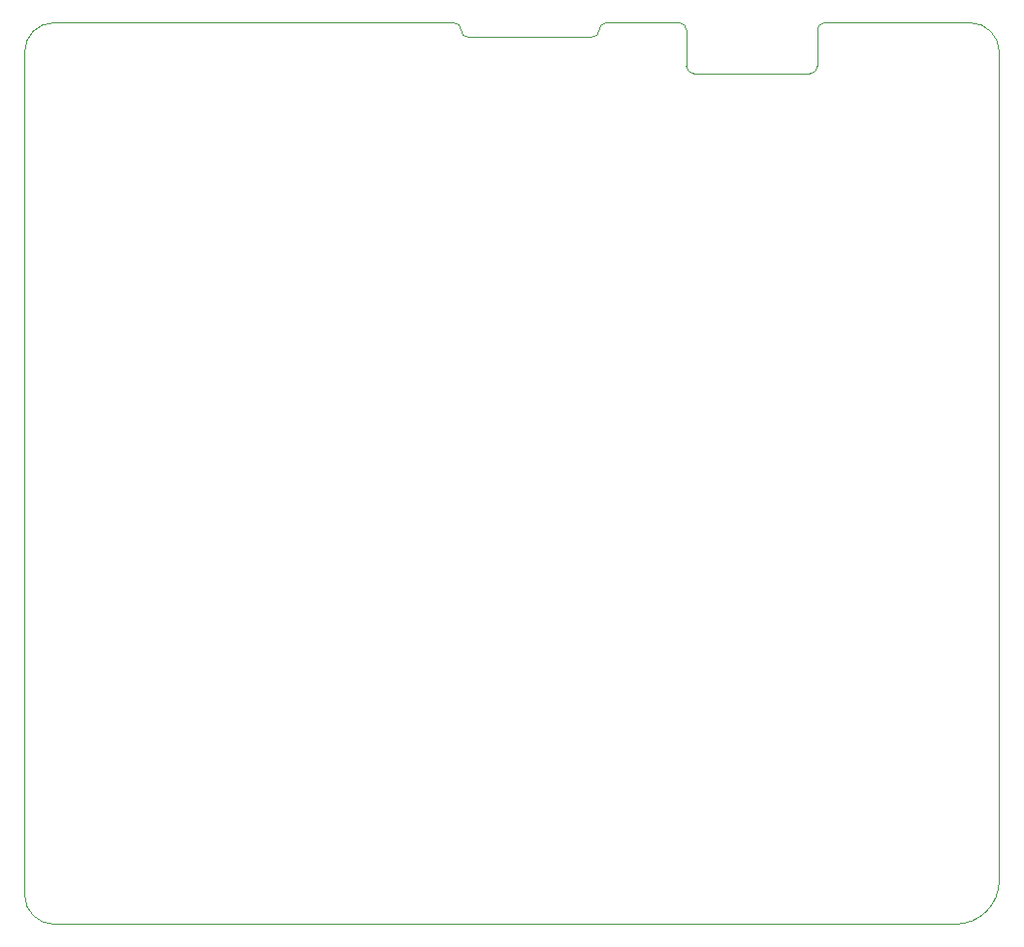
<source format=gbr>
G04 #@! TF.GenerationSoftware,KiCad,Pcbnew,5.1.4+dfsg1-1~bpo10+1*
G04 #@! TF.CreationDate,2020-06-27T23:46:46+02:00*
G04 #@! TF.ProjectId,SinS,53696e53-2e6b-4696-9361-645f70636258,rev?*
G04 #@! TF.SameCoordinates,Original*
G04 #@! TF.FileFunction,Profile,NP*
%FSLAX46Y46*%
G04 Gerber Fmt 4.6, Leading zero omitted, Abs format (unit mm)*
G04 Created by KiCad (PCBNEW 5.1.4+dfsg1-1~bpo10+1) date 2020-06-27 23:46:46*
%MOMM*%
%LPD*%
G04 APERTURE LIST*
%ADD10C,0.050000*%
G04 APERTURE END LIST*
D10*
X90805000Y-63500000D02*
G75*
G02X90170000Y-62865000I0J635000D01*
G01*
X89535000Y-62230000D02*
G75*
G02X90170000Y-62865000I0J-635000D01*
G01*
X102235000Y-62865000D02*
G75*
G02X101600000Y-63500000I-635000J0D01*
G01*
X102235000Y-62865000D02*
G75*
G02X102870000Y-62230000I635000J0D01*
G01*
X121285000Y-66040000D02*
G75*
G02X120650000Y-66675000I-635000J0D01*
G01*
X110490000Y-66675000D02*
G75*
G02X109855000Y-66040000I0J635000D01*
G01*
X102870000Y-62230000D02*
X109220000Y-62230000D01*
X90805000Y-63500000D02*
X90805000Y-63500000D01*
X101600000Y-63500000D02*
X90805000Y-63500000D01*
X121285000Y-62865000D02*
G75*
G02X121920000Y-62230000I635000J0D01*
G01*
X109220000Y-62230000D02*
G75*
G02X109855000Y-62865000I0J-635000D01*
G01*
X121920000Y-62230000D02*
X134620000Y-62230000D01*
X54610000Y-62230000D02*
X89535000Y-62230000D01*
X121285000Y-66040000D02*
X121285000Y-62865000D01*
X110490000Y-66675000D02*
X120650000Y-66675000D01*
X109855000Y-62865000D02*
X109855000Y-66040000D01*
X52070000Y-64770000D02*
X52070000Y-138430000D01*
X137160000Y-137160000D02*
G75*
G02X133350000Y-140970000I-3810000J0D01*
G01*
X54610000Y-140970000D02*
G75*
G02X52070000Y-138430000I0J2540000D01*
G01*
X134620000Y-62230000D02*
G75*
G02X137160000Y-64770000I0J-2540000D01*
G01*
X52070000Y-64770000D02*
G75*
G02X54610000Y-62230000I2540000J0D01*
G01*
X137160000Y-64770000D02*
X137160000Y-137160000D01*
X54610000Y-140970000D02*
X133350000Y-140970000D01*
M02*

</source>
